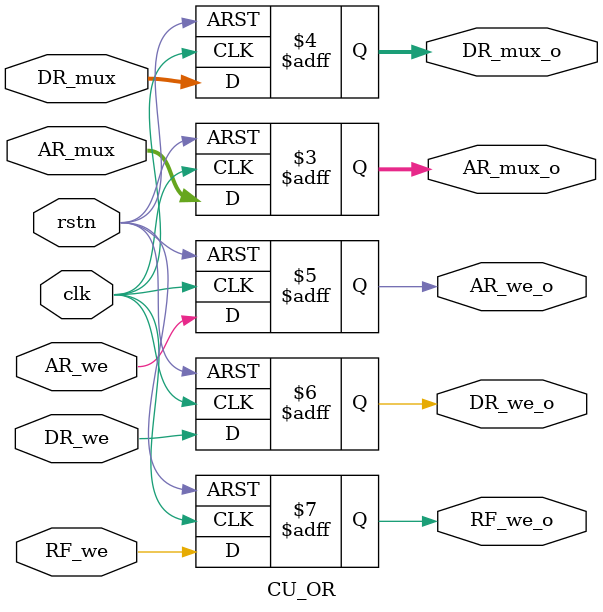
<source format=v>
`timescale 1ns / 1ps


module CU_OR(
    input [1:0] AR_mux, DR_mux,
    input AR_we, DR_we, RF_we, clk, rstn,
    output reg [1:0] AR_mux_o, DR_mux_o,
    output reg AR_we_o, DR_we_o, RF_we_o
    );
    always @(posedge clk, negedge rstn) begin
        if(!rstn)   begin
            AR_mux_o <= 2'b00;
            DR_mux_o <= 2'b10;
            AR_we_o <= 0;
            DR_we_o <= 0;
            RF_we_o <= 0;
        end
        else    begin
            AR_mux_o <= AR_mux;
            DR_mux_o <= DR_mux;
            AR_we_o <= AR_we;
            DR_we_o <= DR_we;
            RF_we_o <= RF_we;
        end
    end
endmodule

</source>
